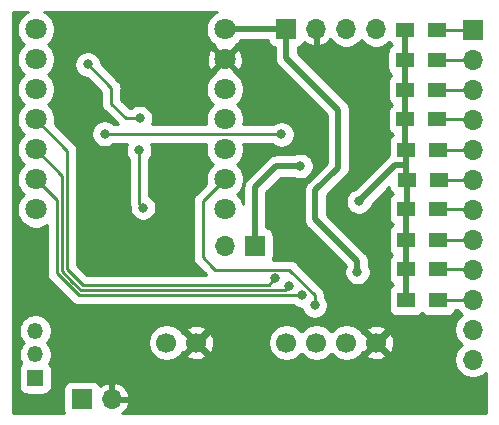
<source format=gbl>
G04 #@! TF.GenerationSoftware,KiCad,Pcbnew,(5.1.10-1-10_14)*
G04 #@! TF.CreationDate,2022-02-17T23:12:15-06:00*
G04 #@! TF.ProjectId,OpenEstim++,4f70656e-4573-4746-996d-2b2b2e6b6963,rev?*
G04 #@! TF.SameCoordinates,Original*
G04 #@! TF.FileFunction,Copper,L2,Bot*
G04 #@! TF.FilePolarity,Positive*
%FSLAX46Y46*%
G04 Gerber Fmt 4.6, Leading zero omitted, Abs format (unit mm)*
G04 Created by KiCad (PCBNEW (5.1.10-1-10_14)) date 2022-02-17 23:12:15*
%MOMM*%
%LPD*%
G01*
G04 APERTURE LIST*
G04 #@! TA.AperFunction,ComponentPad*
%ADD10C,1.800000*%
G04 #@! TD*
G04 #@! TA.AperFunction,ComponentPad*
%ADD11R,1.350000X1.350000*%
G04 #@! TD*
G04 #@! TA.AperFunction,ComponentPad*
%ADD12O,1.350000X1.350000*%
G04 #@! TD*
G04 #@! TA.AperFunction,SMDPad,CuDef*
%ADD13R,1.500000X1.300000*%
G04 #@! TD*
G04 #@! TA.AperFunction,ComponentPad*
%ADD14R,1.700000X1.700000*%
G04 #@! TD*
G04 #@! TA.AperFunction,ComponentPad*
%ADD15O,1.700000X1.700000*%
G04 #@! TD*
G04 #@! TA.AperFunction,ComponentPad*
%ADD16C,1.700000*%
G04 #@! TD*
G04 #@! TA.AperFunction,ViaPad*
%ADD17C,0.800000*%
G04 #@! TD*
G04 #@! TA.AperFunction,Conductor*
%ADD18C,0.250000*%
G04 #@! TD*
G04 #@! TA.AperFunction,Conductor*
%ADD19C,0.500000*%
G04 #@! TD*
G04 #@! TA.AperFunction,Conductor*
%ADD20C,0.254000*%
G04 #@! TD*
G04 #@! TA.AperFunction,Conductor*
%ADD21C,0.100000*%
G04 #@! TD*
G04 APERTURE END LIST*
D10*
X55650000Y-46470000D03*
X71650000Y-46470000D03*
X55650000Y-43930000D03*
X71650000Y-43930000D03*
X55650000Y-41390000D03*
X71650000Y-41390000D03*
X55650000Y-38850000D03*
X71650000Y-38850000D03*
X55650000Y-36310000D03*
X71650000Y-36310000D03*
X55650000Y-33770000D03*
X71650000Y-33770000D03*
X55650000Y-31230000D03*
X71650000Y-31230000D03*
D11*
X55600000Y-60750000D03*
D12*
X55600000Y-58750000D03*
X55600000Y-56750000D03*
D13*
X87000000Y-54150000D03*
X89700000Y-54150000D03*
X87000000Y-51550000D03*
X89700000Y-51550000D03*
X87000000Y-49050000D03*
X89700000Y-49050000D03*
X87000000Y-46450000D03*
X89700000Y-46450000D03*
X87050000Y-43950000D03*
X89750000Y-43950000D03*
X87000000Y-41450000D03*
X89700000Y-41450000D03*
X86950000Y-38850000D03*
X89650000Y-38850000D03*
X86950000Y-36350000D03*
X89650000Y-36350000D03*
X86900000Y-33850000D03*
X89600000Y-33850000D03*
X86900000Y-31250000D03*
X89600000Y-31250000D03*
D14*
X76850000Y-31200000D03*
D15*
X79390000Y-31200000D03*
X81930000Y-31200000D03*
X84470000Y-31200000D03*
D14*
X92650000Y-31250000D03*
D15*
X92650000Y-33790000D03*
X92650000Y-36330000D03*
X92650000Y-38870000D03*
X92650000Y-41410000D03*
X92650000Y-43950000D03*
X92650000Y-46490000D03*
X92650000Y-49030000D03*
X92650000Y-51570000D03*
X92650000Y-54110000D03*
X92650000Y-56650000D03*
X92650000Y-59190000D03*
X62100000Y-62550000D03*
D14*
X59560000Y-62550000D03*
X74200000Y-49550000D03*
D15*
X71660000Y-49550000D03*
D16*
X84490000Y-57750000D03*
X81950000Y-57750000D03*
X79410000Y-57750000D03*
X76870000Y-57750000D03*
X69250000Y-57750000D03*
X66710000Y-57750000D03*
D17*
X75925000Y-52300000D03*
X77075000Y-52950000D03*
X78225000Y-53750000D03*
X61475000Y-40075000D03*
X76450153Y-40125153D03*
X79250000Y-54600000D03*
X60050000Y-38900000D03*
X76550000Y-45800000D03*
X81400000Y-52300000D03*
X81850000Y-47000000D03*
X81850000Y-44350000D03*
X78900000Y-40800000D03*
X55100000Y-49200000D03*
X82875000Y-51775000D03*
X60050000Y-34200000D03*
X64450000Y-38750000D03*
X64375000Y-41475000D03*
X64725000Y-46325000D03*
X83000000Y-45800000D03*
X78050000Y-42800000D03*
D18*
X55650000Y-38850000D02*
X58325020Y-41525020D01*
X58325020Y-41525020D02*
X58325020Y-51527200D01*
X58325020Y-51527200D02*
X59647800Y-52849980D01*
X75375020Y-52849980D02*
X75925000Y-52300000D01*
X59647800Y-52849980D02*
X75375020Y-52849980D01*
X55650000Y-41390000D02*
X57875010Y-43615010D01*
X57875010Y-43615010D02*
X57875010Y-51713600D01*
X57875010Y-51713600D02*
X58755705Y-52594295D01*
X58755705Y-52594295D02*
X59461400Y-53299990D01*
X76725010Y-53299990D02*
X77075000Y-52950000D01*
X59461400Y-53299990D02*
X76725010Y-53299990D01*
X55650000Y-43930000D02*
X57425000Y-45705000D01*
X57425000Y-45705000D02*
X57425000Y-51900000D01*
X57425000Y-51900000D02*
X59275000Y-53750000D01*
X59275000Y-53750000D02*
X78225000Y-53750000D01*
X76450153Y-40125153D02*
X68825153Y-40125153D01*
X68825153Y-40125153D02*
X68825000Y-40125000D01*
X61525000Y-40125000D02*
X61475000Y-40075000D01*
X68825000Y-40125000D02*
X61525000Y-40125000D01*
X71600000Y-46520000D02*
X71650000Y-46470000D01*
X71650000Y-43930000D02*
X69775000Y-45805000D01*
X69775000Y-45805000D02*
X69775000Y-50525000D01*
X69775000Y-50525000D02*
X70600000Y-51350000D01*
X70600000Y-51350000D02*
X70825000Y-51575000D01*
X79250000Y-53701998D02*
X79250000Y-54600000D01*
X77123002Y-51575000D02*
X79250000Y-53701998D01*
X70825000Y-51575000D02*
X77123002Y-51575000D01*
D19*
X71680000Y-31200000D02*
X71650000Y-31230000D01*
X76850000Y-31200000D02*
X71680000Y-31200000D01*
X76850000Y-33650000D02*
X76850000Y-31200000D01*
X81250000Y-38050000D02*
X76850000Y-33650000D01*
X81250000Y-42950000D02*
X81250000Y-38050000D01*
X79325000Y-44875000D02*
X81250000Y-42950000D01*
X79325000Y-47325000D02*
X79325000Y-44875000D01*
X82875000Y-50875000D02*
X79325000Y-47325000D01*
X82875000Y-51775000D02*
X82875000Y-50875000D01*
D18*
X64450000Y-38750000D02*
X63250000Y-38750000D01*
X63250000Y-38750000D02*
X62050000Y-37550000D01*
X62050000Y-36200000D02*
X60050000Y-34200000D01*
X62050000Y-37550000D02*
X62050000Y-36200000D01*
X64375000Y-45975000D02*
X64725000Y-46325000D01*
X64375000Y-41475000D02*
X64375000Y-45975000D01*
X89600000Y-31250000D02*
X92650000Y-31250000D01*
D19*
X87000000Y-42700000D02*
X87000000Y-43900000D01*
X87000000Y-42700000D02*
X86100000Y-42700000D01*
X87000000Y-41450000D02*
X87000000Y-42700000D01*
X86100000Y-42700000D02*
X83000000Y-45800000D01*
X87000000Y-43900000D02*
X87050000Y-43950000D01*
X87000000Y-51550000D02*
X87000000Y-54150000D01*
X87000000Y-49050000D02*
X87000000Y-51550000D01*
X87000000Y-46450000D02*
X87000000Y-49050000D01*
X87050000Y-43950000D02*
X87050000Y-46400000D01*
D18*
X87050000Y-46400000D02*
X87000000Y-46450000D01*
D19*
X86950000Y-38850000D02*
X86950000Y-41400000D01*
D18*
X86950000Y-41400000D02*
X87000000Y-41450000D01*
D19*
X86950000Y-36350000D02*
X86950000Y-38850000D01*
X86900000Y-33850000D02*
X86900000Y-36300000D01*
D18*
X86900000Y-36300000D02*
X86950000Y-36350000D01*
D19*
X86900000Y-31250000D02*
X86900000Y-33850000D01*
X78050000Y-42800000D02*
X76000000Y-42800000D01*
X74200000Y-44600000D02*
X74200000Y-49550000D01*
X76000000Y-42800000D02*
X74200000Y-44600000D01*
D18*
X89700000Y-54150000D02*
X92610000Y-54150000D01*
X92610000Y-54150000D02*
X92650000Y-54110000D01*
X89700000Y-51550000D02*
X92630000Y-51550000D01*
X92630000Y-51550000D02*
X92650000Y-51570000D01*
X89700000Y-49050000D02*
X92630000Y-49050000D01*
X92630000Y-49050000D02*
X92650000Y-49030000D01*
X89700000Y-46450000D02*
X92610000Y-46450000D01*
X92610000Y-46450000D02*
X92650000Y-46490000D01*
X89750000Y-43950000D02*
X92650000Y-43950000D01*
X89700000Y-41450000D02*
X92610000Y-41450000D01*
X92610000Y-41450000D02*
X92650000Y-41410000D01*
X89650000Y-38850000D02*
X92630000Y-38850000D01*
X92630000Y-38850000D02*
X92650000Y-38870000D01*
X89650000Y-36350000D02*
X92630000Y-36350000D01*
X92630000Y-36350000D02*
X92650000Y-36330000D01*
X89600000Y-33850000D02*
X92590000Y-33850000D01*
X92590000Y-33850000D02*
X92650000Y-33790000D01*
D20*
X54879327Y-29788172D02*
X54612848Y-29966227D01*
X54386227Y-30192848D01*
X54208172Y-30459327D01*
X54085525Y-30755422D01*
X54023000Y-31069755D01*
X54023000Y-31390245D01*
X54085525Y-31704578D01*
X54208172Y-32000673D01*
X54386227Y-32267152D01*
X54612848Y-32493773D01*
X54622167Y-32500000D01*
X54612848Y-32506227D01*
X54386227Y-32732848D01*
X54208172Y-32999327D01*
X54085525Y-33295422D01*
X54023000Y-33609755D01*
X54023000Y-33930245D01*
X54085525Y-34244578D01*
X54208172Y-34540673D01*
X54386227Y-34807152D01*
X54612848Y-35033773D01*
X54622167Y-35040000D01*
X54612848Y-35046227D01*
X54386227Y-35272848D01*
X54208172Y-35539327D01*
X54085525Y-35835422D01*
X54023000Y-36149755D01*
X54023000Y-36470245D01*
X54085525Y-36784578D01*
X54208172Y-37080673D01*
X54386227Y-37347152D01*
X54612848Y-37573773D01*
X54622167Y-37580000D01*
X54612848Y-37586227D01*
X54386227Y-37812848D01*
X54208172Y-38079327D01*
X54085525Y-38375422D01*
X54023000Y-38689755D01*
X54023000Y-39010245D01*
X54085525Y-39324578D01*
X54208172Y-39620673D01*
X54386227Y-39887152D01*
X54612848Y-40113773D01*
X54622167Y-40120000D01*
X54612848Y-40126227D01*
X54386227Y-40352848D01*
X54208172Y-40619327D01*
X54085525Y-40915422D01*
X54023000Y-41229755D01*
X54023000Y-41550245D01*
X54085525Y-41864578D01*
X54208172Y-42160673D01*
X54386227Y-42427152D01*
X54612848Y-42653773D01*
X54622167Y-42660000D01*
X54612848Y-42666227D01*
X54386227Y-42892848D01*
X54208172Y-43159327D01*
X54085525Y-43455422D01*
X54023000Y-43769755D01*
X54023000Y-44090245D01*
X54085525Y-44404578D01*
X54208172Y-44700673D01*
X54386227Y-44967152D01*
X54612848Y-45193773D01*
X54622167Y-45200000D01*
X54612848Y-45206227D01*
X54386227Y-45432848D01*
X54208172Y-45699327D01*
X54085525Y-45995422D01*
X54023000Y-46309755D01*
X54023000Y-46630245D01*
X54085525Y-46944578D01*
X54208172Y-47240673D01*
X54386227Y-47507152D01*
X54612848Y-47733773D01*
X54879327Y-47911828D01*
X55175422Y-48034475D01*
X55489755Y-48097000D01*
X55810245Y-48097000D01*
X56124578Y-48034475D01*
X56420673Y-47911828D01*
X56573000Y-47810046D01*
X56573001Y-51858141D01*
X56568878Y-51900000D01*
X56577637Y-51988926D01*
X56585329Y-52067021D01*
X56596466Y-52103734D01*
X56634046Y-52227623D01*
X56713161Y-52375636D01*
X56772541Y-52447990D01*
X56819631Y-52505370D01*
X56852141Y-52532050D01*
X58642950Y-54322860D01*
X58669630Y-54355370D01*
X58702138Y-54382048D01*
X58799363Y-54461839D01*
X58918821Y-54525691D01*
X58947376Y-54540954D01*
X59107979Y-54589672D01*
X59233148Y-54602000D01*
X59233150Y-54602000D01*
X59274999Y-54606122D01*
X59316848Y-54602000D01*
X77483181Y-54602000D01*
X77506579Y-54625398D01*
X77691165Y-54748734D01*
X77896266Y-54833690D01*
X78114000Y-54877000D01*
X78156019Y-54877000D01*
X78166310Y-54928734D01*
X78251266Y-55133835D01*
X78374602Y-55318421D01*
X78531579Y-55475398D01*
X78716165Y-55598734D01*
X78921266Y-55683690D01*
X79139000Y-55727000D01*
X79361000Y-55727000D01*
X79578734Y-55683690D01*
X79783835Y-55598734D01*
X79968421Y-55475398D01*
X80125398Y-55318421D01*
X80248734Y-55133835D01*
X80333690Y-54928734D01*
X80377000Y-54711000D01*
X80377000Y-54489000D01*
X80333690Y-54271266D01*
X80248734Y-54066165D01*
X80125398Y-53881579D01*
X80102000Y-53858181D01*
X80102000Y-53743846D01*
X80106122Y-53701997D01*
X80100108Y-53640934D01*
X80089672Y-53534977D01*
X80040954Y-53374374D01*
X79989833Y-53278734D01*
X79961839Y-53226361D01*
X79882048Y-53129136D01*
X79855370Y-53096628D01*
X79822861Y-53069949D01*
X77755057Y-51002146D01*
X77728372Y-50969630D01*
X77598638Y-50863161D01*
X77450626Y-50784046D01*
X77290023Y-50735328D01*
X77164854Y-50723000D01*
X77164851Y-50723000D01*
X77123002Y-50718878D01*
X77081153Y-50723000D01*
X75701689Y-50723000D01*
X75724910Y-50679557D01*
X75766480Y-50542517D01*
X75780517Y-50400000D01*
X75780517Y-48700000D01*
X75766480Y-48557483D01*
X75724910Y-48420443D01*
X75657403Y-48294147D01*
X75566554Y-48183446D01*
X75455853Y-48092597D01*
X75329557Y-48025090D01*
X75192517Y-47983520D01*
X75177000Y-47981992D01*
X75177000Y-45004686D01*
X76404687Y-43777000D01*
X77483638Y-43777000D01*
X77516165Y-43798734D01*
X77721266Y-43883690D01*
X77939000Y-43927000D01*
X78161000Y-43927000D01*
X78378734Y-43883690D01*
X78583835Y-43798734D01*
X78768421Y-43675398D01*
X78925398Y-43518421D01*
X79048734Y-43333835D01*
X79133690Y-43128734D01*
X79177000Y-42911000D01*
X79177000Y-42689000D01*
X79133690Y-42471266D01*
X79048734Y-42266165D01*
X78925398Y-42081579D01*
X78768421Y-41924602D01*
X78583835Y-41801266D01*
X78378734Y-41716310D01*
X78161000Y-41673000D01*
X77939000Y-41673000D01*
X77721266Y-41716310D01*
X77516165Y-41801266D01*
X77483638Y-41823000D01*
X76047982Y-41823000D01*
X75999999Y-41818274D01*
X75952016Y-41823000D01*
X75952007Y-41823000D01*
X75808475Y-41837137D01*
X75624309Y-41893003D01*
X75454582Y-41983724D01*
X75305814Y-42105814D01*
X75275220Y-42143093D01*
X73543098Y-43875216D01*
X73505814Y-43905814D01*
X73383724Y-44054582D01*
X73316252Y-44180814D01*
X73293003Y-44224310D01*
X73237137Y-44408475D01*
X73218273Y-44600000D01*
X73223000Y-44647993D01*
X73223000Y-46038281D01*
X73214475Y-45995422D01*
X73091828Y-45699327D01*
X72913773Y-45432848D01*
X72687152Y-45206227D01*
X72677833Y-45200000D01*
X72687152Y-45193773D01*
X72913773Y-44967152D01*
X73091828Y-44700673D01*
X73214475Y-44404578D01*
X73277000Y-44090245D01*
X73277000Y-43769755D01*
X73214475Y-43455422D01*
X73091828Y-43159327D01*
X72913773Y-42892848D01*
X72687152Y-42666227D01*
X72677833Y-42660000D01*
X72687152Y-42653773D01*
X72913773Y-42427152D01*
X73091828Y-42160673D01*
X73214475Y-41864578D01*
X73277000Y-41550245D01*
X73277000Y-41229755D01*
X73226754Y-40977153D01*
X75708334Y-40977153D01*
X75731732Y-41000551D01*
X75916318Y-41123887D01*
X76121419Y-41208843D01*
X76339153Y-41252153D01*
X76561153Y-41252153D01*
X76778887Y-41208843D01*
X76983988Y-41123887D01*
X77168574Y-41000551D01*
X77325551Y-40843574D01*
X77448887Y-40658988D01*
X77533843Y-40453887D01*
X77577153Y-40236153D01*
X77577153Y-40014153D01*
X77533843Y-39796419D01*
X77448887Y-39591318D01*
X77325551Y-39406732D01*
X77168574Y-39249755D01*
X76983988Y-39126419D01*
X76778887Y-39041463D01*
X76561153Y-38998153D01*
X76339153Y-38998153D01*
X76121419Y-39041463D01*
X75916318Y-39126419D01*
X75731732Y-39249755D01*
X75708334Y-39273153D01*
X73224704Y-39273153D01*
X73277000Y-39010245D01*
X73277000Y-38689755D01*
X73214475Y-38375422D01*
X73091828Y-38079327D01*
X72913773Y-37812848D01*
X72687152Y-37586227D01*
X72677833Y-37580000D01*
X72687152Y-37573773D01*
X72913773Y-37347152D01*
X73091828Y-37080673D01*
X73214475Y-36784578D01*
X73277000Y-36470245D01*
X73277000Y-36149755D01*
X73214475Y-35835422D01*
X73091828Y-35539327D01*
X72913773Y-35272848D01*
X72687152Y-35046227D01*
X72504755Y-34924353D01*
X72534475Y-34834080D01*
X71650000Y-33949605D01*
X70765525Y-34834080D01*
X70795245Y-34924353D01*
X70612848Y-35046227D01*
X70386227Y-35272848D01*
X70208172Y-35539327D01*
X70085525Y-35835422D01*
X70023000Y-36149755D01*
X70023000Y-36470245D01*
X70085525Y-36784578D01*
X70208172Y-37080673D01*
X70386227Y-37347152D01*
X70612848Y-37573773D01*
X70622167Y-37580000D01*
X70612848Y-37586227D01*
X70386227Y-37812848D01*
X70208172Y-38079327D01*
X70085525Y-38375422D01*
X70023000Y-38689755D01*
X70023000Y-39010245D01*
X70075296Y-39273153D01*
X68868405Y-39273153D01*
X68866852Y-39273000D01*
X68866849Y-39273000D01*
X68825000Y-39268878D01*
X68783151Y-39273000D01*
X65453222Y-39273000D01*
X65533690Y-39078734D01*
X65577000Y-38861000D01*
X65577000Y-38639000D01*
X65533690Y-38421266D01*
X65448734Y-38216165D01*
X65325398Y-38031579D01*
X65168421Y-37874602D01*
X64983835Y-37751266D01*
X64778734Y-37666310D01*
X64561000Y-37623000D01*
X64339000Y-37623000D01*
X64121266Y-37666310D01*
X63916165Y-37751266D01*
X63731579Y-37874602D01*
X63708181Y-37898000D01*
X63602910Y-37898000D01*
X62902000Y-37197091D01*
X62902000Y-36241848D01*
X62906122Y-36199999D01*
X62899521Y-36132980D01*
X62889672Y-36032979D01*
X62840954Y-35872376D01*
X62831327Y-35854365D01*
X62761839Y-35724363D01*
X62705582Y-35655814D01*
X62655370Y-35594630D01*
X62622860Y-35567950D01*
X61177000Y-34122091D01*
X61177000Y-34089000D01*
X61133690Y-33871266D01*
X61119312Y-33836553D01*
X70109009Y-33836553D01*
X70151603Y-34135907D01*
X70251778Y-34421199D01*
X70331739Y-34570792D01*
X70585920Y-34654475D01*
X71470395Y-33770000D01*
X71829605Y-33770000D01*
X72714080Y-34654475D01*
X72968261Y-34570792D01*
X73099158Y-34298225D01*
X73174365Y-34005358D01*
X73190991Y-33703447D01*
X73148397Y-33404093D01*
X73048222Y-33118801D01*
X72968261Y-32969208D01*
X72714080Y-32885525D01*
X71829605Y-33770000D01*
X71470395Y-33770000D01*
X70585920Y-32885525D01*
X70331739Y-32969208D01*
X70200842Y-33241775D01*
X70125635Y-33534642D01*
X70109009Y-33836553D01*
X61119312Y-33836553D01*
X61048734Y-33666165D01*
X60925398Y-33481579D01*
X60768421Y-33324602D01*
X60583835Y-33201266D01*
X60378734Y-33116310D01*
X60161000Y-33073000D01*
X59939000Y-33073000D01*
X59721266Y-33116310D01*
X59516165Y-33201266D01*
X59331579Y-33324602D01*
X59174602Y-33481579D01*
X59051266Y-33666165D01*
X58966310Y-33871266D01*
X58923000Y-34089000D01*
X58923000Y-34311000D01*
X58966310Y-34528734D01*
X59051266Y-34733835D01*
X59174602Y-34918421D01*
X59331579Y-35075398D01*
X59516165Y-35198734D01*
X59721266Y-35283690D01*
X59939000Y-35327000D01*
X59972091Y-35327000D01*
X61198001Y-36552911D01*
X61198000Y-37508150D01*
X61193878Y-37550000D01*
X61198000Y-37591849D01*
X61198000Y-37591851D01*
X61210328Y-37717020D01*
X61253237Y-37858474D01*
X61259046Y-37877623D01*
X61338161Y-38025636D01*
X61365580Y-38059046D01*
X61444630Y-38155370D01*
X61477145Y-38182055D01*
X62568090Y-39273000D01*
X62266819Y-39273000D01*
X62193421Y-39199602D01*
X62008835Y-39076266D01*
X61803734Y-38991310D01*
X61586000Y-38948000D01*
X61364000Y-38948000D01*
X61146266Y-38991310D01*
X60941165Y-39076266D01*
X60756579Y-39199602D01*
X60599602Y-39356579D01*
X60476266Y-39541165D01*
X60391310Y-39746266D01*
X60348000Y-39964000D01*
X60348000Y-40186000D01*
X60391310Y-40403734D01*
X60476266Y-40608835D01*
X60599602Y-40793421D01*
X60756579Y-40950398D01*
X60941165Y-41073734D01*
X61146266Y-41158690D01*
X61364000Y-41202000D01*
X61586000Y-41202000D01*
X61803734Y-41158690D01*
X62008835Y-41073734D01*
X62153608Y-40977000D01*
X63361423Y-40977000D01*
X63291310Y-41146266D01*
X63248000Y-41364000D01*
X63248000Y-41586000D01*
X63291310Y-41803734D01*
X63376266Y-42008835D01*
X63499602Y-42193421D01*
X63523000Y-42216819D01*
X63523001Y-45933141D01*
X63518878Y-45975000D01*
X63535329Y-46142020D01*
X63584046Y-46302623D01*
X63598000Y-46328729D01*
X63598000Y-46436000D01*
X63641310Y-46653734D01*
X63726266Y-46858835D01*
X63849602Y-47043421D01*
X64006579Y-47200398D01*
X64191165Y-47323734D01*
X64396266Y-47408690D01*
X64614000Y-47452000D01*
X64836000Y-47452000D01*
X65053734Y-47408690D01*
X65258835Y-47323734D01*
X65443421Y-47200398D01*
X65600398Y-47043421D01*
X65723734Y-46858835D01*
X65808690Y-46653734D01*
X65852000Y-46436000D01*
X65852000Y-46214000D01*
X65808690Y-45996266D01*
X65723734Y-45791165D01*
X65600398Y-45606579D01*
X65443421Y-45449602D01*
X65258835Y-45326266D01*
X65227000Y-45313079D01*
X65227000Y-42216819D01*
X65250398Y-42193421D01*
X65373734Y-42008835D01*
X65458690Y-41803734D01*
X65502000Y-41586000D01*
X65502000Y-41364000D01*
X65458690Y-41146266D01*
X65388577Y-40977000D01*
X68781748Y-40977000D01*
X68783301Y-40977153D01*
X68783303Y-40977153D01*
X68825152Y-40981275D01*
X68867001Y-40977153D01*
X70073246Y-40977153D01*
X70023000Y-41229755D01*
X70023000Y-41550245D01*
X70085525Y-41864578D01*
X70208172Y-42160673D01*
X70386227Y-42427152D01*
X70612848Y-42653773D01*
X70622167Y-42660000D01*
X70612848Y-42666227D01*
X70386227Y-42892848D01*
X70208172Y-43159327D01*
X70085525Y-43455422D01*
X70023000Y-43769755D01*
X70023000Y-44090245D01*
X70066443Y-44308647D01*
X69202146Y-45172945D01*
X69169630Y-45199630D01*
X69100845Y-45283446D01*
X69063161Y-45329364D01*
X68988912Y-45468273D01*
X68984046Y-45477377D01*
X68935328Y-45637980D01*
X68923000Y-45763148D01*
X68918878Y-45805000D01*
X68923000Y-45846849D01*
X68923001Y-50483141D01*
X68918878Y-50525000D01*
X68926955Y-50607000D01*
X68935329Y-50692021D01*
X68940883Y-50710329D01*
X68984046Y-50852623D01*
X69063161Y-51000636D01*
X69129066Y-51080941D01*
X69169631Y-51130370D01*
X69202141Y-51157050D01*
X70027138Y-51982048D01*
X70027144Y-51982053D01*
X70043071Y-51997980D01*
X60000710Y-51997980D01*
X59177020Y-51174291D01*
X59177020Y-41566869D01*
X59181142Y-41525020D01*
X59173753Y-41450000D01*
X59164692Y-41357999D01*
X59115974Y-41197396D01*
X59036859Y-41049384D01*
X58930390Y-40919650D01*
X58897881Y-40892971D01*
X57233557Y-39228647D01*
X57277000Y-39010245D01*
X57277000Y-38689755D01*
X57214475Y-38375422D01*
X57091828Y-38079327D01*
X56913773Y-37812848D01*
X56687152Y-37586227D01*
X56677833Y-37580000D01*
X56687152Y-37573773D01*
X56913773Y-37347152D01*
X57091828Y-37080673D01*
X57214475Y-36784578D01*
X57277000Y-36470245D01*
X57277000Y-36149755D01*
X57214475Y-35835422D01*
X57091828Y-35539327D01*
X56913773Y-35272848D01*
X56687152Y-35046227D01*
X56677833Y-35040000D01*
X56687152Y-35033773D01*
X56913773Y-34807152D01*
X57091828Y-34540673D01*
X57214475Y-34244578D01*
X57277000Y-33930245D01*
X57277000Y-33609755D01*
X57214475Y-33295422D01*
X57091828Y-32999327D01*
X56913773Y-32732848D01*
X56687152Y-32506227D01*
X56677833Y-32500000D01*
X56687152Y-32493773D01*
X56913773Y-32267152D01*
X57091828Y-32000673D01*
X57214475Y-31704578D01*
X57277000Y-31390245D01*
X57277000Y-31069755D01*
X57214475Y-30755422D01*
X57091828Y-30459327D01*
X56913773Y-30192848D01*
X56687152Y-29966227D01*
X56420673Y-29788172D01*
X56333346Y-29752000D01*
X70966654Y-29752000D01*
X70879327Y-29788172D01*
X70612848Y-29966227D01*
X70386227Y-30192848D01*
X70208172Y-30459327D01*
X70085525Y-30755422D01*
X70023000Y-31069755D01*
X70023000Y-31390245D01*
X70085525Y-31704578D01*
X70208172Y-32000673D01*
X70386227Y-32267152D01*
X70612848Y-32493773D01*
X70795245Y-32615647D01*
X70765525Y-32705920D01*
X71650000Y-33590395D01*
X72534475Y-32705920D01*
X72504755Y-32615647D01*
X72687152Y-32493773D01*
X72913773Y-32267152D01*
X72974010Y-32177000D01*
X75281992Y-32177000D01*
X75283520Y-32192517D01*
X75325090Y-32329557D01*
X75392597Y-32455853D01*
X75483446Y-32566554D01*
X75594147Y-32657403D01*
X75720443Y-32724910D01*
X75857483Y-32766480D01*
X75873000Y-32768008D01*
X75873000Y-33602007D01*
X75868273Y-33650000D01*
X75887137Y-33841525D01*
X75914050Y-33930245D01*
X75943003Y-34025690D01*
X76033724Y-34195418D01*
X76155814Y-34344186D01*
X76193098Y-34374784D01*
X80273001Y-38454687D01*
X80273000Y-42545313D01*
X78668093Y-44150221D01*
X78630815Y-44180814D01*
X78600222Y-44218092D01*
X78600221Y-44218093D01*
X78508725Y-44329582D01*
X78418003Y-44499310D01*
X78362137Y-44683475D01*
X78343273Y-44875000D01*
X78348001Y-44923003D01*
X78348000Y-47277007D01*
X78343273Y-47325000D01*
X78360045Y-47495279D01*
X78362137Y-47516524D01*
X78418003Y-47700690D01*
X78508724Y-47870418D01*
X78630814Y-48019186D01*
X78668098Y-48049784D01*
X81871349Y-51253036D01*
X81791310Y-51446266D01*
X81748000Y-51664000D01*
X81748000Y-51886000D01*
X81791310Y-52103734D01*
X81876266Y-52308835D01*
X81999602Y-52493421D01*
X82156579Y-52650398D01*
X82341165Y-52773734D01*
X82546266Y-52858690D01*
X82764000Y-52902000D01*
X82986000Y-52902000D01*
X83203734Y-52858690D01*
X83408835Y-52773734D01*
X83593421Y-52650398D01*
X83750398Y-52493421D01*
X83873734Y-52308835D01*
X83958690Y-52103734D01*
X84002000Y-51886000D01*
X84002000Y-51664000D01*
X83958690Y-51446266D01*
X83873734Y-51241165D01*
X83852000Y-51208638D01*
X83852000Y-50922990D01*
X83856727Y-50874999D01*
X83849916Y-50805853D01*
X83837863Y-50683475D01*
X83781997Y-50499309D01*
X83691276Y-50329582D01*
X83569186Y-50180814D01*
X83531907Y-50150220D01*
X80302000Y-46920314D01*
X80302000Y-45279686D01*
X81906907Y-43674780D01*
X81944186Y-43644186D01*
X82066276Y-43495418D01*
X82156997Y-43325691D01*
X82212863Y-43141525D01*
X82227000Y-42997993D01*
X82227000Y-42997991D01*
X82231727Y-42950001D01*
X82227000Y-42902010D01*
X82227000Y-38097993D01*
X82231727Y-38050000D01*
X82212863Y-37858474D01*
X82173138Y-37727519D01*
X82156997Y-37674309D01*
X82066276Y-37504582D01*
X81944186Y-37355814D01*
X81906902Y-37325216D01*
X77827000Y-33245314D01*
X77827000Y-32768008D01*
X77842517Y-32766480D01*
X77979557Y-32724910D01*
X78105853Y-32657403D01*
X78216554Y-32566554D01*
X78307403Y-32455853D01*
X78374910Y-32329557D01*
X78385898Y-32293335D01*
X78389731Y-32297588D01*
X78623080Y-32471641D01*
X78885901Y-32596825D01*
X79033110Y-32641476D01*
X79263000Y-32520155D01*
X79263000Y-31327000D01*
X79243000Y-31327000D01*
X79243000Y-31073000D01*
X79263000Y-31073000D01*
X79263000Y-31053000D01*
X79517000Y-31053000D01*
X79517000Y-31073000D01*
X79537000Y-31073000D01*
X79537000Y-31327000D01*
X79517000Y-31327000D01*
X79517000Y-32520155D01*
X79746890Y-32641476D01*
X79894099Y-32596825D01*
X80156920Y-32471641D01*
X80390269Y-32297588D01*
X80585178Y-32081355D01*
X80602656Y-32052014D01*
X80705064Y-32205279D01*
X80924721Y-32424936D01*
X81183011Y-32597519D01*
X81470006Y-32716396D01*
X81774679Y-32777000D01*
X82085321Y-32777000D01*
X82389994Y-32716396D01*
X82676989Y-32597519D01*
X82935279Y-32424936D01*
X83154936Y-32205279D01*
X83200000Y-32137836D01*
X83245064Y-32205279D01*
X83464721Y-32424936D01*
X83723011Y-32597519D01*
X84010006Y-32716396D01*
X84314679Y-32777000D01*
X84625321Y-32777000D01*
X84929994Y-32716396D01*
X85216989Y-32597519D01*
X85475279Y-32424936D01*
X85565930Y-32334285D01*
X85633446Y-32416554D01*
X85744147Y-32507403D01*
X85823840Y-32550000D01*
X85744147Y-32592597D01*
X85633446Y-32683446D01*
X85542597Y-32794147D01*
X85475090Y-32920443D01*
X85433520Y-33057483D01*
X85419483Y-33200000D01*
X85419483Y-34500000D01*
X85433520Y-34642517D01*
X85475090Y-34779557D01*
X85542597Y-34905853D01*
X85633446Y-35016554D01*
X85744147Y-35107403D01*
X85763500Y-35117748D01*
X85683446Y-35183446D01*
X85592597Y-35294147D01*
X85525090Y-35420443D01*
X85483520Y-35557483D01*
X85469483Y-35700000D01*
X85469483Y-37000000D01*
X85483520Y-37142517D01*
X85525090Y-37279557D01*
X85592597Y-37405853D01*
X85683446Y-37516554D01*
X85785126Y-37600000D01*
X85683446Y-37683446D01*
X85592597Y-37794147D01*
X85525090Y-37920443D01*
X85483520Y-38057483D01*
X85469483Y-38200000D01*
X85469483Y-39500000D01*
X85483520Y-39642517D01*
X85525090Y-39779557D01*
X85592597Y-39905853D01*
X85683446Y-40016554D01*
X85794147Y-40107403D01*
X85898840Y-40163363D01*
X85844147Y-40192597D01*
X85733446Y-40283446D01*
X85642597Y-40394147D01*
X85575090Y-40520443D01*
X85533520Y-40657483D01*
X85519483Y-40800000D01*
X85519483Y-41912529D01*
X85405814Y-42005814D01*
X85375220Y-42043093D01*
X82709636Y-44708678D01*
X82671266Y-44716310D01*
X82466165Y-44801266D01*
X82281579Y-44924602D01*
X82124602Y-45081579D01*
X82001266Y-45266165D01*
X81916310Y-45471266D01*
X81873000Y-45689000D01*
X81873000Y-45911000D01*
X81916310Y-46128734D01*
X82001266Y-46333835D01*
X82124602Y-46518421D01*
X82281579Y-46675398D01*
X82466165Y-46798734D01*
X82671266Y-46883690D01*
X82889000Y-46927000D01*
X83111000Y-46927000D01*
X83328734Y-46883690D01*
X83533835Y-46798734D01*
X83718421Y-46675398D01*
X83875398Y-46518421D01*
X83998734Y-46333835D01*
X84083690Y-46128734D01*
X84091322Y-46090364D01*
X85570577Y-44611109D01*
X85583520Y-44742517D01*
X85625090Y-44879557D01*
X85692597Y-45005853D01*
X85783446Y-45116554D01*
X85863500Y-45182252D01*
X85844147Y-45192597D01*
X85733446Y-45283446D01*
X85642597Y-45394147D01*
X85575090Y-45520443D01*
X85533520Y-45657483D01*
X85519483Y-45800000D01*
X85519483Y-47100000D01*
X85533520Y-47242517D01*
X85575090Y-47379557D01*
X85642597Y-47505853D01*
X85733446Y-47616554D01*
X85844147Y-47707403D01*
X85923840Y-47750000D01*
X85844147Y-47792597D01*
X85733446Y-47883446D01*
X85642597Y-47994147D01*
X85575090Y-48120443D01*
X85533520Y-48257483D01*
X85519483Y-48400000D01*
X85519483Y-49700000D01*
X85533520Y-49842517D01*
X85575090Y-49979557D01*
X85642597Y-50105853D01*
X85733446Y-50216554D01*
X85835126Y-50300000D01*
X85733446Y-50383446D01*
X85642597Y-50494147D01*
X85575090Y-50620443D01*
X85533520Y-50757483D01*
X85519483Y-50900000D01*
X85519483Y-52200000D01*
X85533520Y-52342517D01*
X85575090Y-52479557D01*
X85642597Y-52605853D01*
X85733446Y-52716554D01*
X85844147Y-52807403D01*
X85923840Y-52850000D01*
X85844147Y-52892597D01*
X85733446Y-52983446D01*
X85642597Y-53094147D01*
X85575090Y-53220443D01*
X85533520Y-53357483D01*
X85519483Y-53500000D01*
X85519483Y-54800000D01*
X85533520Y-54942517D01*
X85575090Y-55079557D01*
X85642597Y-55205853D01*
X85733446Y-55316554D01*
X85844147Y-55407403D01*
X85970443Y-55474910D01*
X86107483Y-55516480D01*
X86250000Y-55530517D01*
X87750000Y-55530517D01*
X87892517Y-55516480D01*
X88029557Y-55474910D01*
X88155853Y-55407403D01*
X88266554Y-55316554D01*
X88350000Y-55214874D01*
X88433446Y-55316554D01*
X88544147Y-55407403D01*
X88670443Y-55474910D01*
X88807483Y-55516480D01*
X88950000Y-55530517D01*
X90450000Y-55530517D01*
X90592517Y-55516480D01*
X90729557Y-55474910D01*
X90855853Y-55407403D01*
X90966554Y-55316554D01*
X91057403Y-55205853D01*
X91124910Y-55079557D01*
X91148436Y-55002000D01*
X91349374Y-55002000D01*
X91425064Y-55115279D01*
X91644721Y-55334936D01*
X91712164Y-55380000D01*
X91644721Y-55425064D01*
X91425064Y-55644721D01*
X91252481Y-55903011D01*
X91133604Y-56190006D01*
X91073000Y-56494679D01*
X91073000Y-56805321D01*
X91133604Y-57109994D01*
X91252481Y-57396989D01*
X91425064Y-57655279D01*
X91644721Y-57874936D01*
X91712164Y-57920000D01*
X91644721Y-57965064D01*
X91425064Y-58184721D01*
X91252481Y-58443011D01*
X91133604Y-58730006D01*
X91073000Y-59034679D01*
X91073000Y-59345321D01*
X91133604Y-59649994D01*
X91252481Y-59936989D01*
X91425064Y-60195279D01*
X91644721Y-60414936D01*
X91903011Y-60587519D01*
X92190006Y-60706396D01*
X92494679Y-60767000D01*
X92805321Y-60767000D01*
X93109994Y-60706396D01*
X93396989Y-60587519D01*
X93655279Y-60414936D01*
X93748000Y-60322215D01*
X93748000Y-63748000D01*
X62965649Y-63748000D01*
X63100269Y-63647588D01*
X63295178Y-63431355D01*
X63444157Y-63181252D01*
X63541481Y-62906891D01*
X63420814Y-62677000D01*
X62227000Y-62677000D01*
X62227000Y-62697000D01*
X61973000Y-62697000D01*
X61973000Y-62677000D01*
X61953000Y-62677000D01*
X61953000Y-62423000D01*
X61973000Y-62423000D01*
X61973000Y-61229845D01*
X62227000Y-61229845D01*
X62227000Y-62423000D01*
X63420814Y-62423000D01*
X63541481Y-62193109D01*
X63444157Y-61918748D01*
X63295178Y-61668645D01*
X63100269Y-61452412D01*
X62866920Y-61278359D01*
X62604099Y-61153175D01*
X62456890Y-61108524D01*
X62227000Y-61229845D01*
X61973000Y-61229845D01*
X61743110Y-61108524D01*
X61595901Y-61153175D01*
X61333080Y-61278359D01*
X61099731Y-61452412D01*
X61095898Y-61456665D01*
X61084910Y-61420443D01*
X61017403Y-61294147D01*
X60926554Y-61183446D01*
X60815853Y-61092597D01*
X60689557Y-61025090D01*
X60552517Y-60983520D01*
X60410000Y-60969483D01*
X58710000Y-60969483D01*
X58567483Y-60983520D01*
X58430443Y-61025090D01*
X58304147Y-61092597D01*
X58193446Y-61183446D01*
X58102597Y-61294147D01*
X58035090Y-61420443D01*
X57993520Y-61557483D01*
X57979483Y-61700000D01*
X57979483Y-63400000D01*
X57993520Y-63542517D01*
X58035090Y-63679557D01*
X58071674Y-63748000D01*
X53752000Y-63748000D01*
X53752000Y-60075000D01*
X54194483Y-60075000D01*
X54194483Y-61425000D01*
X54208520Y-61567517D01*
X54250090Y-61704557D01*
X54317597Y-61830853D01*
X54408446Y-61941554D01*
X54519147Y-62032403D01*
X54645443Y-62099910D01*
X54782483Y-62141480D01*
X54925000Y-62155517D01*
X56275000Y-62155517D01*
X56417517Y-62141480D01*
X56554557Y-62099910D01*
X56680853Y-62032403D01*
X56791554Y-61941554D01*
X56882403Y-61830853D01*
X56949910Y-61704557D01*
X56991480Y-61567517D01*
X57005517Y-61425000D01*
X57005517Y-60075000D01*
X56991480Y-59932483D01*
X56949910Y-59795443D01*
X56882403Y-59669147D01*
X56791554Y-59558446D01*
X56762124Y-59534293D01*
X56842437Y-59414096D01*
X56948122Y-59158948D01*
X57002000Y-58888085D01*
X57002000Y-58611915D01*
X56948122Y-58341052D01*
X56842437Y-58085904D01*
X56689005Y-57856277D01*
X56582728Y-57750000D01*
X56689005Y-57643723D01*
X56721775Y-57594679D01*
X65133000Y-57594679D01*
X65133000Y-57905321D01*
X65193604Y-58209994D01*
X65312481Y-58496989D01*
X65485064Y-58755279D01*
X65704721Y-58974936D01*
X65963011Y-59147519D01*
X66250006Y-59266396D01*
X66554679Y-59327000D01*
X66865321Y-59327000D01*
X67169994Y-59266396D01*
X67456989Y-59147519D01*
X67715279Y-58974936D01*
X67911818Y-58778397D01*
X68401208Y-58778397D01*
X68478843Y-59027472D01*
X68742883Y-59153371D01*
X69026411Y-59225339D01*
X69318531Y-59240611D01*
X69608019Y-59198599D01*
X69883747Y-59100919D01*
X70021157Y-59027472D01*
X70098792Y-58778397D01*
X69250000Y-57929605D01*
X68401208Y-58778397D01*
X67911818Y-58778397D01*
X67934936Y-58755279D01*
X68070886Y-58551815D01*
X68221603Y-58598792D01*
X69070395Y-57750000D01*
X69429605Y-57750000D01*
X70278397Y-58598792D01*
X70527472Y-58521157D01*
X70653371Y-58257117D01*
X70725339Y-57973589D01*
X70740611Y-57681469D01*
X70728016Y-57594679D01*
X75293000Y-57594679D01*
X75293000Y-57905321D01*
X75353604Y-58209994D01*
X75472481Y-58496989D01*
X75645064Y-58755279D01*
X75864721Y-58974936D01*
X76123011Y-59147519D01*
X76410006Y-59266396D01*
X76714679Y-59327000D01*
X77025321Y-59327000D01*
X77329994Y-59266396D01*
X77616989Y-59147519D01*
X77875279Y-58974936D01*
X78094936Y-58755279D01*
X78140000Y-58687836D01*
X78185064Y-58755279D01*
X78404721Y-58974936D01*
X78663011Y-59147519D01*
X78950006Y-59266396D01*
X79254679Y-59327000D01*
X79565321Y-59327000D01*
X79869994Y-59266396D01*
X80156989Y-59147519D01*
X80415279Y-58974936D01*
X80634936Y-58755279D01*
X80680000Y-58687836D01*
X80725064Y-58755279D01*
X80944721Y-58974936D01*
X81203011Y-59147519D01*
X81490006Y-59266396D01*
X81794679Y-59327000D01*
X82105321Y-59327000D01*
X82409994Y-59266396D01*
X82696989Y-59147519D01*
X82955279Y-58974936D01*
X83151818Y-58778397D01*
X83641208Y-58778397D01*
X83718843Y-59027472D01*
X83982883Y-59153371D01*
X84266411Y-59225339D01*
X84558531Y-59240611D01*
X84848019Y-59198599D01*
X85123747Y-59100919D01*
X85261157Y-59027472D01*
X85338792Y-58778397D01*
X84490000Y-57929605D01*
X83641208Y-58778397D01*
X83151818Y-58778397D01*
X83174936Y-58755279D01*
X83310886Y-58551815D01*
X83461603Y-58598792D01*
X84310395Y-57750000D01*
X84669605Y-57750000D01*
X85518397Y-58598792D01*
X85767472Y-58521157D01*
X85893371Y-58257117D01*
X85965339Y-57973589D01*
X85980611Y-57681469D01*
X85938599Y-57391981D01*
X85840919Y-57116253D01*
X85767472Y-56978843D01*
X85518397Y-56901208D01*
X84669605Y-57750000D01*
X84310395Y-57750000D01*
X83461603Y-56901208D01*
X83310886Y-56948185D01*
X83174936Y-56744721D01*
X83151818Y-56721603D01*
X83641208Y-56721603D01*
X84490000Y-57570395D01*
X85338792Y-56721603D01*
X85261157Y-56472528D01*
X84997117Y-56346629D01*
X84713589Y-56274661D01*
X84421469Y-56259389D01*
X84131981Y-56301401D01*
X83856253Y-56399081D01*
X83718843Y-56472528D01*
X83641208Y-56721603D01*
X83151818Y-56721603D01*
X82955279Y-56525064D01*
X82696989Y-56352481D01*
X82409994Y-56233604D01*
X82105321Y-56173000D01*
X81794679Y-56173000D01*
X81490006Y-56233604D01*
X81203011Y-56352481D01*
X80944721Y-56525064D01*
X80725064Y-56744721D01*
X80680000Y-56812164D01*
X80634936Y-56744721D01*
X80415279Y-56525064D01*
X80156989Y-56352481D01*
X79869994Y-56233604D01*
X79565321Y-56173000D01*
X79254679Y-56173000D01*
X78950006Y-56233604D01*
X78663011Y-56352481D01*
X78404721Y-56525064D01*
X78185064Y-56744721D01*
X78140000Y-56812164D01*
X78094936Y-56744721D01*
X77875279Y-56525064D01*
X77616989Y-56352481D01*
X77329994Y-56233604D01*
X77025321Y-56173000D01*
X76714679Y-56173000D01*
X76410006Y-56233604D01*
X76123011Y-56352481D01*
X75864721Y-56525064D01*
X75645064Y-56744721D01*
X75472481Y-57003011D01*
X75353604Y-57290006D01*
X75293000Y-57594679D01*
X70728016Y-57594679D01*
X70698599Y-57391981D01*
X70600919Y-57116253D01*
X70527472Y-56978843D01*
X70278397Y-56901208D01*
X69429605Y-57750000D01*
X69070395Y-57750000D01*
X68221603Y-56901208D01*
X68070886Y-56948185D01*
X67934936Y-56744721D01*
X67911818Y-56721603D01*
X68401208Y-56721603D01*
X69250000Y-57570395D01*
X70098792Y-56721603D01*
X70021157Y-56472528D01*
X69757117Y-56346629D01*
X69473589Y-56274661D01*
X69181469Y-56259389D01*
X68891981Y-56301401D01*
X68616253Y-56399081D01*
X68478843Y-56472528D01*
X68401208Y-56721603D01*
X67911818Y-56721603D01*
X67715279Y-56525064D01*
X67456989Y-56352481D01*
X67169994Y-56233604D01*
X66865321Y-56173000D01*
X66554679Y-56173000D01*
X66250006Y-56233604D01*
X65963011Y-56352481D01*
X65704721Y-56525064D01*
X65485064Y-56744721D01*
X65312481Y-57003011D01*
X65193604Y-57290006D01*
X65133000Y-57594679D01*
X56721775Y-57594679D01*
X56842437Y-57414096D01*
X56948122Y-57158948D01*
X57002000Y-56888085D01*
X57002000Y-56611915D01*
X56948122Y-56341052D01*
X56842437Y-56085904D01*
X56689005Y-55856277D01*
X56493723Y-55660995D01*
X56264096Y-55507563D01*
X56008948Y-55401878D01*
X55738085Y-55348000D01*
X55461915Y-55348000D01*
X55191052Y-55401878D01*
X54935904Y-55507563D01*
X54706277Y-55660995D01*
X54510995Y-55856277D01*
X54357563Y-56085904D01*
X54251878Y-56341052D01*
X54198000Y-56611915D01*
X54198000Y-56888085D01*
X54251878Y-57158948D01*
X54357563Y-57414096D01*
X54510995Y-57643723D01*
X54617272Y-57750000D01*
X54510995Y-57856277D01*
X54357563Y-58085904D01*
X54251878Y-58341052D01*
X54198000Y-58611915D01*
X54198000Y-58888085D01*
X54251878Y-59158948D01*
X54357563Y-59414096D01*
X54437876Y-59534293D01*
X54408446Y-59558446D01*
X54317597Y-59669147D01*
X54250090Y-59795443D01*
X54208520Y-59932483D01*
X54194483Y-60075000D01*
X53752000Y-60075000D01*
X53752000Y-29752000D01*
X54966654Y-29752000D01*
X54879327Y-29788172D01*
G04 #@! TA.AperFunction,Conductor*
D21*
G36*
X54879327Y-29788172D02*
G01*
X54612848Y-29966227D01*
X54386227Y-30192848D01*
X54208172Y-30459327D01*
X54085525Y-30755422D01*
X54023000Y-31069755D01*
X54023000Y-31390245D01*
X54085525Y-31704578D01*
X54208172Y-32000673D01*
X54386227Y-32267152D01*
X54612848Y-32493773D01*
X54622167Y-32500000D01*
X54612848Y-32506227D01*
X54386227Y-32732848D01*
X54208172Y-32999327D01*
X54085525Y-33295422D01*
X54023000Y-33609755D01*
X54023000Y-33930245D01*
X54085525Y-34244578D01*
X54208172Y-34540673D01*
X54386227Y-34807152D01*
X54612848Y-35033773D01*
X54622167Y-35040000D01*
X54612848Y-35046227D01*
X54386227Y-35272848D01*
X54208172Y-35539327D01*
X54085525Y-35835422D01*
X54023000Y-36149755D01*
X54023000Y-36470245D01*
X54085525Y-36784578D01*
X54208172Y-37080673D01*
X54386227Y-37347152D01*
X54612848Y-37573773D01*
X54622167Y-37580000D01*
X54612848Y-37586227D01*
X54386227Y-37812848D01*
X54208172Y-38079327D01*
X54085525Y-38375422D01*
X54023000Y-38689755D01*
X54023000Y-39010245D01*
X54085525Y-39324578D01*
X54208172Y-39620673D01*
X54386227Y-39887152D01*
X54612848Y-40113773D01*
X54622167Y-40120000D01*
X54612848Y-40126227D01*
X54386227Y-40352848D01*
X54208172Y-40619327D01*
X54085525Y-40915422D01*
X54023000Y-41229755D01*
X54023000Y-41550245D01*
X54085525Y-41864578D01*
X54208172Y-42160673D01*
X54386227Y-42427152D01*
X54612848Y-42653773D01*
X54622167Y-42660000D01*
X54612848Y-42666227D01*
X54386227Y-42892848D01*
X54208172Y-43159327D01*
X54085525Y-43455422D01*
X54023000Y-43769755D01*
X54023000Y-44090245D01*
X54085525Y-44404578D01*
X54208172Y-44700673D01*
X54386227Y-44967152D01*
X54612848Y-45193773D01*
X54622167Y-45200000D01*
X54612848Y-45206227D01*
X54386227Y-45432848D01*
X54208172Y-45699327D01*
X54085525Y-45995422D01*
X54023000Y-46309755D01*
X54023000Y-46630245D01*
X54085525Y-46944578D01*
X54208172Y-47240673D01*
X54386227Y-47507152D01*
X54612848Y-47733773D01*
X54879327Y-47911828D01*
X55175422Y-48034475D01*
X55489755Y-48097000D01*
X55810245Y-48097000D01*
X56124578Y-48034475D01*
X56420673Y-47911828D01*
X56573000Y-47810046D01*
X56573001Y-51858141D01*
X56568878Y-51900000D01*
X56577637Y-51988926D01*
X56585329Y-52067021D01*
X56596466Y-52103734D01*
X56634046Y-52227623D01*
X56713161Y-52375636D01*
X56772541Y-52447990D01*
X56819631Y-52505370D01*
X56852141Y-52532050D01*
X58642950Y-54322860D01*
X58669630Y-54355370D01*
X58702138Y-54382048D01*
X58799363Y-54461839D01*
X58918821Y-54525691D01*
X58947376Y-54540954D01*
X59107979Y-54589672D01*
X59233148Y-54602000D01*
X59233150Y-54602000D01*
X59274999Y-54606122D01*
X59316848Y-54602000D01*
X77483181Y-54602000D01*
X77506579Y-54625398D01*
X77691165Y-54748734D01*
X77896266Y-54833690D01*
X78114000Y-54877000D01*
X78156019Y-54877000D01*
X78166310Y-54928734D01*
X78251266Y-55133835D01*
X78374602Y-55318421D01*
X78531579Y-55475398D01*
X78716165Y-55598734D01*
X78921266Y-55683690D01*
X79139000Y-55727000D01*
X79361000Y-55727000D01*
X79578734Y-55683690D01*
X79783835Y-55598734D01*
X79968421Y-55475398D01*
X80125398Y-55318421D01*
X80248734Y-55133835D01*
X80333690Y-54928734D01*
X80377000Y-54711000D01*
X80377000Y-54489000D01*
X80333690Y-54271266D01*
X80248734Y-54066165D01*
X80125398Y-53881579D01*
X80102000Y-53858181D01*
X80102000Y-53743846D01*
X80106122Y-53701997D01*
X80100108Y-53640934D01*
X80089672Y-53534977D01*
X80040954Y-53374374D01*
X79989833Y-53278734D01*
X79961839Y-53226361D01*
X79882048Y-53129136D01*
X79855370Y-53096628D01*
X79822861Y-53069949D01*
X77755057Y-51002146D01*
X77728372Y-50969630D01*
X77598638Y-50863161D01*
X77450626Y-50784046D01*
X77290023Y-50735328D01*
X77164854Y-50723000D01*
X77164851Y-50723000D01*
X77123002Y-50718878D01*
X77081153Y-50723000D01*
X75701689Y-50723000D01*
X75724910Y-50679557D01*
X75766480Y-50542517D01*
X75780517Y-50400000D01*
X75780517Y-48700000D01*
X75766480Y-48557483D01*
X75724910Y-48420443D01*
X75657403Y-48294147D01*
X75566554Y-48183446D01*
X75455853Y-48092597D01*
X75329557Y-48025090D01*
X75192517Y-47983520D01*
X75177000Y-47981992D01*
X75177000Y-45004686D01*
X76404687Y-43777000D01*
X77483638Y-43777000D01*
X77516165Y-43798734D01*
X77721266Y-43883690D01*
X77939000Y-43927000D01*
X78161000Y-43927000D01*
X78378734Y-43883690D01*
X78583835Y-43798734D01*
X78768421Y-43675398D01*
X78925398Y-43518421D01*
X79048734Y-43333835D01*
X79133690Y-43128734D01*
X79177000Y-42911000D01*
X79177000Y-42689000D01*
X79133690Y-42471266D01*
X79048734Y-42266165D01*
X78925398Y-42081579D01*
X78768421Y-41924602D01*
X78583835Y-41801266D01*
X78378734Y-41716310D01*
X78161000Y-41673000D01*
X77939000Y-41673000D01*
X77721266Y-41716310D01*
X77516165Y-41801266D01*
X77483638Y-41823000D01*
X76047982Y-41823000D01*
X75999999Y-41818274D01*
X75952016Y-41823000D01*
X75952007Y-41823000D01*
X75808475Y-41837137D01*
X75624309Y-41893003D01*
X75454582Y-41983724D01*
X75305814Y-42105814D01*
X75275220Y-42143093D01*
X73543098Y-43875216D01*
X73505814Y-43905814D01*
X73383724Y-44054582D01*
X73316252Y-44180814D01*
X73293003Y-44224310D01*
X73237137Y-44408475D01*
X73218273Y-44600000D01*
X73223000Y-44647993D01*
X73223000Y-46038281D01*
X73214475Y-45995422D01*
X73091828Y-45699327D01*
X72913773Y-45432848D01*
X72687152Y-45206227D01*
X72677833Y-45200000D01*
X72687152Y-45193773D01*
X72913773Y-44967152D01*
X73091828Y-44700673D01*
X73214475Y-44404578D01*
X73277000Y-44090245D01*
X73277000Y-43769755D01*
X73214475Y-43455422D01*
X73091828Y-43159327D01*
X72913773Y-42892848D01*
X72687152Y-42666227D01*
X72677833Y-42660000D01*
X72687152Y-42653773D01*
X72913773Y-42427152D01*
X73091828Y-42160673D01*
X73214475Y-41864578D01*
X73277000Y-41550245D01*
X73277000Y-41229755D01*
X73226754Y-40977153D01*
X75708334Y-40977153D01*
X75731732Y-41000551D01*
X75916318Y-41123887D01*
X76121419Y-41208843D01*
X76339153Y-41252153D01*
X76561153Y-41252153D01*
X76778887Y-41208843D01*
X76983988Y-41123887D01*
X77168574Y-41000551D01*
X77325551Y-40843574D01*
X77448887Y-40658988D01*
X77533843Y-40453887D01*
X77577153Y-40236153D01*
X77577153Y-40014153D01*
X77533843Y-39796419D01*
X77448887Y-39591318D01*
X77325551Y-39406732D01*
X77168574Y-39249755D01*
X76983988Y-39126419D01*
X76778887Y-39041463D01*
X76561153Y-38998153D01*
X76339153Y-38998153D01*
X76121419Y-39041463D01*
X75916318Y-39126419D01*
X75731732Y-39249755D01*
X75708334Y-39273153D01*
X73224704Y-39273153D01*
X73277000Y-39010245D01*
X73277000Y-38689755D01*
X73214475Y-38375422D01*
X73091828Y-38079327D01*
X72913773Y-37812848D01*
X72687152Y-37586227D01*
X72677833Y-37580000D01*
X72687152Y-37573773D01*
X72913773Y-37347152D01*
X73091828Y-37080673D01*
X73214475Y-36784578D01*
X73277000Y-36470245D01*
X73277000Y-36149755D01*
X73214475Y-35835422D01*
X73091828Y-35539327D01*
X72913773Y-35272848D01*
X72687152Y-35046227D01*
X72504755Y-34924353D01*
X72534475Y-34834080D01*
X71650000Y-33949605D01*
X70765525Y-34834080D01*
X70795245Y-34924353D01*
X70612848Y-35046227D01*
X70386227Y-35272848D01*
X70208172Y-35539327D01*
X70085525Y-35835422D01*
X70023000Y-36149755D01*
X70023000Y-36470245D01*
X70085525Y-36784578D01*
X70208172Y-37080673D01*
X70386227Y-37347152D01*
X70612848Y-37573773D01*
X70622167Y-37580000D01*
X70612848Y-37586227D01*
X70386227Y-37812848D01*
X70208172Y-38079327D01*
X70085525Y-38375422D01*
X70023000Y-38689755D01*
X70023000Y-39010245D01*
X70075296Y-39273153D01*
X68868405Y-39273153D01*
X68866852Y-39273000D01*
X68866849Y-39273000D01*
X68825000Y-39268878D01*
X68783151Y-39273000D01*
X65453222Y-39273000D01*
X65533690Y-39078734D01*
X65577000Y-38861000D01*
X65577000Y-38639000D01*
X65533690Y-38421266D01*
X65448734Y-38216165D01*
X65325398Y-38031579D01*
X65168421Y-37874602D01*
X64983835Y-37751266D01*
X64778734Y-37666310D01*
X64561000Y-37623000D01*
X64339000Y-37623000D01*
X64121266Y-37666310D01*
X63916165Y-37751266D01*
X63731579Y-37874602D01*
X63708181Y-37898000D01*
X63602910Y-37898000D01*
X62902000Y-37197091D01*
X62902000Y-36241848D01*
X62906122Y-36199999D01*
X62899521Y-36132980D01*
X62889672Y-36032979D01*
X62840954Y-35872376D01*
X62831327Y-35854365D01*
X62761839Y-35724363D01*
X62705582Y-35655814D01*
X62655370Y-35594630D01*
X62622860Y-35567950D01*
X61177000Y-34122091D01*
X61177000Y-34089000D01*
X61133690Y-33871266D01*
X61119312Y-33836553D01*
X70109009Y-33836553D01*
X70151603Y-34135907D01*
X70251778Y-34421199D01*
X70331739Y-34570792D01*
X70585920Y-34654475D01*
X71470395Y-33770000D01*
X71829605Y-33770000D01*
X72714080Y-34654475D01*
X72968261Y-34570792D01*
X73099158Y-34298225D01*
X73174365Y-34005358D01*
X73190991Y-33703447D01*
X73148397Y-33404093D01*
X73048222Y-33118801D01*
X72968261Y-32969208D01*
X72714080Y-32885525D01*
X71829605Y-33770000D01*
X71470395Y-33770000D01*
X70585920Y-32885525D01*
X70331739Y-32969208D01*
X70200842Y-33241775D01*
X70125635Y-33534642D01*
X70109009Y-33836553D01*
X61119312Y-33836553D01*
X61048734Y-33666165D01*
X60925398Y-33481579D01*
X60768421Y-33324602D01*
X60583835Y-33201266D01*
X60378734Y-33116310D01*
X60161000Y-33073000D01*
X59939000Y-33073000D01*
X59721266Y-33116310D01*
X59516165Y-33201266D01*
X59331579Y-33324602D01*
X59174602Y-33481579D01*
X59051266Y-33666165D01*
X58966310Y-33871266D01*
X58923000Y-34089000D01*
X58923000Y-34311000D01*
X58966310Y-34528734D01*
X59051266Y-34733835D01*
X59174602Y-34918421D01*
X59331579Y-35075398D01*
X59516165Y-35198734D01*
X59721266Y-35283690D01*
X59939000Y-35327000D01*
X59972091Y-35327000D01*
X61198001Y-36552911D01*
X61198000Y-37508150D01*
X61193878Y-37550000D01*
X61198000Y-37591849D01*
X61198000Y-37591851D01*
X61210328Y-37717020D01*
X61253237Y-37858474D01*
X61259046Y-37877623D01*
X61338161Y-38025636D01*
X61365580Y-38059046D01*
X61444630Y-38155370D01*
X61477145Y-38182055D01*
X62568090Y-39273000D01*
X62266819Y-39273000D01*
X62193421Y-39199602D01*
X62008835Y-39076266D01*
X61803734Y-38991310D01*
X61586000Y-38948000D01*
X61364000Y-38948000D01*
X61146266Y-38991310D01*
X60941165Y-39076266D01*
X60756579Y-39199602D01*
X60599602Y-39356579D01*
X60476266Y-39541165D01*
X60391310Y-39746266D01*
X60348000Y-39964000D01*
X60348000Y-40186000D01*
X60391310Y-40403734D01*
X60476266Y-40608835D01*
X60599602Y-40793421D01*
X60756579Y-40950398D01*
X60941165Y-41073734D01*
X61146266Y-41158690D01*
X61364000Y-41202000D01*
X61586000Y-41202000D01*
X61803734Y-41158690D01*
X62008835Y-41073734D01*
X62153608Y-40977000D01*
X63361423Y-40977000D01*
X63291310Y-41146266D01*
X63248000Y-41364000D01*
X63248000Y-41586000D01*
X63291310Y-41803734D01*
X63376266Y-42008835D01*
X63499602Y-42193421D01*
X63523000Y-42216819D01*
X63523001Y-45933141D01*
X63518878Y-45975000D01*
X63535329Y-46142020D01*
X63584046Y-46302623D01*
X63598000Y-46328729D01*
X63598000Y-46436000D01*
X63641310Y-46653734D01*
X63726266Y-46858835D01*
X63849602Y-47043421D01*
X64006579Y-47200398D01*
X64191165Y-47323734D01*
X64396266Y-47408690D01*
X64614000Y-47452000D01*
X64836000Y-47452000D01*
X65053734Y-47408690D01*
X65258835Y-47323734D01*
X65443421Y-47200398D01*
X65600398Y-47043421D01*
X65723734Y-46858835D01*
X65808690Y-46653734D01*
X65852000Y-46436000D01*
X65852000Y-46214000D01*
X65808690Y-45996266D01*
X65723734Y-45791165D01*
X65600398Y-45606579D01*
X65443421Y-45449602D01*
X65258835Y-45326266D01*
X65227000Y-45313079D01*
X65227000Y-42216819D01*
X65250398Y-42193421D01*
X65373734Y-42008835D01*
X65458690Y-41803734D01*
X65502000Y-41586000D01*
X65502000Y-41364000D01*
X65458690Y-41146266D01*
X65388577Y-40977000D01*
X68781748Y-40977000D01*
X68783301Y-40977153D01*
X68783303Y-40977153D01*
X68825152Y-40981275D01*
X68867001Y-40977153D01*
X70073246Y-40977153D01*
X70023000Y-41229755D01*
X70023000Y-41550245D01*
X70085525Y-41864578D01*
X70208172Y-42160673D01*
X70386227Y-42427152D01*
X70612848Y-42653773D01*
X70622167Y-42660000D01*
X70612848Y-42666227D01*
X70386227Y-42892848D01*
X70208172Y-43159327D01*
X70085525Y-43455422D01*
X70023000Y-43769755D01*
X70023000Y-44090245D01*
X70066443Y-44308647D01*
X69202146Y-45172945D01*
X69169630Y-45199630D01*
X69100845Y-45283446D01*
X69063161Y-45329364D01*
X68988912Y-45468273D01*
X68984046Y-45477377D01*
X68935328Y-45637980D01*
X68923000Y-45763148D01*
X68918878Y-45805000D01*
X68923000Y-45846849D01*
X68923001Y-50483141D01*
X68918878Y-50525000D01*
X68926955Y-50607000D01*
X68935329Y-50692021D01*
X68940883Y-50710329D01*
X68984046Y-50852623D01*
X69063161Y-51000636D01*
X69129066Y-51080941D01*
X69169631Y-51130370D01*
X69202141Y-51157050D01*
X70027138Y-51982048D01*
X70027144Y-51982053D01*
X70043071Y-51997980D01*
X60000710Y-51997980D01*
X59177020Y-51174291D01*
X59177020Y-41566869D01*
X59181142Y-41525020D01*
X59173753Y-41450000D01*
X59164692Y-41357999D01*
X59115974Y-41197396D01*
X59036859Y-41049384D01*
X58930390Y-40919650D01*
X58897881Y-40892971D01*
X57233557Y-39228647D01*
X57277000Y-39010245D01*
X57277000Y-38689755D01*
X57214475Y-38375422D01*
X57091828Y-38079327D01*
X56913773Y-37812848D01*
X56687152Y-37586227D01*
X56677833Y-37580000D01*
X56687152Y-37573773D01*
X56913773Y-37347152D01*
X57091828Y-37080673D01*
X57214475Y-36784578D01*
X57277000Y-36470245D01*
X57277000Y-36149755D01*
X57214475Y-35835422D01*
X57091828Y-35539327D01*
X56913773Y-35272848D01*
X56687152Y-35046227D01*
X56677833Y-35040000D01*
X56687152Y-35033773D01*
X56913773Y-34807152D01*
X57091828Y-34540673D01*
X57214475Y-34244578D01*
X57277000Y-33930245D01*
X57277000Y-33609755D01*
X57214475Y-33295422D01*
X57091828Y-32999327D01*
X56913773Y-32732848D01*
X56687152Y-32506227D01*
X56677833Y-32500000D01*
X56687152Y-32493773D01*
X56913773Y-32267152D01*
X57091828Y-32000673D01*
X57214475Y-31704578D01*
X57277000Y-31390245D01*
X57277000Y-31069755D01*
X57214475Y-30755422D01*
X57091828Y-30459327D01*
X56913773Y-30192848D01*
X56687152Y-29966227D01*
X56420673Y-29788172D01*
X56333346Y-29752000D01*
X70966654Y-29752000D01*
X70879327Y-29788172D01*
X70612848Y-29966227D01*
X70386227Y-30192848D01*
X70208172Y-30459327D01*
X70085525Y-30755422D01*
X70023000Y-31069755D01*
X70023000Y-31390245D01*
X70085525Y-31704578D01*
X70208172Y-32000673D01*
X70386227Y-32267152D01*
X70612848Y-32493773D01*
X70795245Y-32615647D01*
X70765525Y-32705920D01*
X71650000Y-33590395D01*
X72534475Y-32705920D01*
X72504755Y-32615647D01*
X72687152Y-32493773D01*
X72913773Y-32267152D01*
X72974010Y-32177000D01*
X75281992Y-32177000D01*
X75283520Y-32192517D01*
X75325090Y-32329557D01*
X75392597Y-32455853D01*
X75483446Y-32566554D01*
X75594147Y-32657403D01*
X75720443Y-32724910D01*
X75857483Y-32766480D01*
X75873000Y-32768008D01*
X75873000Y-33602007D01*
X75868273Y-33650000D01*
X75887137Y-33841525D01*
X75914050Y-33930245D01*
X75943003Y-34025690D01*
X76033724Y-34195418D01*
X76155814Y-34344186D01*
X76193098Y-34374784D01*
X80273001Y-38454687D01*
X80273000Y-42545313D01*
X78668093Y-44150221D01*
X78630815Y-44180814D01*
X78600222Y-44218092D01*
X78600221Y-44218093D01*
X78508725Y-44329582D01*
X78418003Y-44499310D01*
X78362137Y-44683475D01*
X78343273Y-44875000D01*
X78348001Y-44923003D01*
X78348000Y-47277007D01*
X78343273Y-47325000D01*
X78360045Y-47495279D01*
X78362137Y-47516524D01*
X78418003Y-47700690D01*
X78508724Y-47870418D01*
X78630814Y-48019186D01*
X78668098Y-48049784D01*
X81871349Y-51253036D01*
X81791310Y-51446266D01*
X81748000Y-51664000D01*
X81748000Y-51886000D01*
X81791310Y-52103734D01*
X81876266Y-52308835D01*
X81999602Y-52493421D01*
X82156579Y-52650398D01*
X82341165Y-52773734D01*
X82546266Y-52858690D01*
X82764000Y-52902000D01*
X82986000Y-52902000D01*
X83203734Y-52858690D01*
X83408835Y-52773734D01*
X83593421Y-52650398D01*
X83750398Y-52493421D01*
X83873734Y-52308835D01*
X83958690Y-52103734D01*
X84002000Y-51886000D01*
X84002000Y-51664000D01*
X83958690Y-51446266D01*
X83873734Y-51241165D01*
X83852000Y-51208638D01*
X83852000Y-50922990D01*
X83856727Y-50874999D01*
X83849916Y-50805853D01*
X83837863Y-50683475D01*
X83781997Y-50499309D01*
X83691276Y-50329582D01*
X83569186Y-50180814D01*
X83531907Y-50150220D01*
X80302000Y-46920314D01*
X80302000Y-45279686D01*
X81906907Y-43674780D01*
X81944186Y-43644186D01*
X82066276Y-43495418D01*
X82156997Y-43325691D01*
X82212863Y-43141525D01*
X82227000Y-42997993D01*
X82227000Y-42997991D01*
X82231727Y-42950001D01*
X82227000Y-42902010D01*
X82227000Y-38097993D01*
X82231727Y-38050000D01*
X82212863Y-37858474D01*
X82173138Y-37727519D01*
X82156997Y-37674309D01*
X82066276Y-37504582D01*
X81944186Y-37355814D01*
X81906902Y-37325216D01*
X77827000Y-33245314D01*
X77827000Y-32768008D01*
X77842517Y-32766480D01*
X77979557Y-32724910D01*
X78105853Y-32657403D01*
X78216554Y-32566554D01*
X78307403Y-32455853D01*
X78374910Y-32329557D01*
X78385898Y-32293335D01*
X78389731Y-32297588D01*
X78623080Y-32471641D01*
X78885901Y-32596825D01*
X79033110Y-32641476D01*
X79263000Y-32520155D01*
X79263000Y-31327000D01*
X79243000Y-31327000D01*
X79243000Y-31073000D01*
X79263000Y-31073000D01*
X79263000Y-31053000D01*
X79517000Y-31053000D01*
X79517000Y-31073000D01*
X79537000Y-31073000D01*
X79537000Y-31327000D01*
X79517000Y-31327000D01*
X79517000Y-32520155D01*
X79746890Y-32641476D01*
X79894099Y-32596825D01*
X80156920Y-32471641D01*
X80390269Y-32297588D01*
X80585178Y-32081355D01*
X80602656Y-32052014D01*
X80705064Y-32205279D01*
X80924721Y-32424936D01*
X81183011Y-32597519D01*
X81470006Y-32716396D01*
X81774679Y-32777000D01*
X82085321Y-32777000D01*
X82389994Y-32716396D01*
X82676989Y-32597519D01*
X82935279Y-32424936D01*
X83154936Y-32205279D01*
X83200000Y-32137836D01*
X83245064Y-32205279D01*
X83464721Y-32424936D01*
X83723011Y-32597519D01*
X84010006Y-32716396D01*
X84314679Y-32777000D01*
X84625321Y-32777000D01*
X84929994Y-32716396D01*
X85216989Y-32597519D01*
X85475279Y-32424936D01*
X85565930Y-32334285D01*
X85633446Y-32416554D01*
X85744147Y-32507403D01*
X85823840Y-32550000D01*
X85744147Y-32592597D01*
X85633446Y-32683446D01*
X85542597Y-32794147D01*
X85475090Y-32920443D01*
X85433520Y-33057483D01*
X85419483Y-33200000D01*
X85419483Y-34500000D01*
X85433520Y-34642517D01*
X85475090Y-34779557D01*
X85542597Y-34905853D01*
X85633446Y-35016554D01*
X85744147Y-35107403D01*
X85763500Y-35117748D01*
X85683446Y-35183446D01*
X85592597Y-35294147D01*
X85525090Y-35420443D01*
X85483520Y-35557483D01*
X85469483Y-35700000D01*
X85469483Y-37000000D01*
X85483520Y-37142517D01*
X85525090Y-37279557D01*
X85592597Y-37405853D01*
X85683446Y-37516554D01*
X85785126Y-37600000D01*
X85683446Y-37683446D01*
X85592597Y-37794147D01*
X85525090Y-37920443D01*
X85483520Y-38057483D01*
X85469483Y-38200000D01*
X85469483Y-39500000D01*
X85483520Y-39642517D01*
X85525090Y-39779557D01*
X85592597Y-39905853D01*
X85683446Y-40016554D01*
X85794147Y-40107403D01*
X85898840Y-40163363D01*
X85844147Y-40192597D01*
X85733446Y-40283446D01*
X85642597Y-40394147D01*
X85575090Y-40520443D01*
X85533520Y-40657483D01*
X85519483Y-40800000D01*
X85519483Y-41912529D01*
X85405814Y-42005814D01*
X85375220Y-42043093D01*
X82709636Y-44708678D01*
X82671266Y-44716310D01*
X82466165Y-44801266D01*
X82281579Y-44924602D01*
X82124602Y-45081579D01*
X82001266Y-45266165D01*
X81916310Y-45471266D01*
X81873000Y-45689000D01*
X81873000Y-45911000D01*
X81916310Y-46128734D01*
X82001266Y-46333835D01*
X82124602Y-46518421D01*
X82281579Y-46675398D01*
X82466165Y-46798734D01*
X82671266Y-46883690D01*
X82889000Y-46927000D01*
X83111000Y-46927000D01*
X83328734Y-46883690D01*
X83533835Y-46798734D01*
X83718421Y-46675398D01*
X83875398Y-46518421D01*
X83998734Y-46333835D01*
X84083690Y-46128734D01*
X84091322Y-46090364D01*
X85570577Y-44611109D01*
X85583520Y-44742517D01*
X85625090Y-44879557D01*
X85692597Y-45005853D01*
X85783446Y-45116554D01*
X85863500Y-45182252D01*
X85844147Y-45192597D01*
X85733446Y-45283446D01*
X85642597Y-45394147D01*
X85575090Y-45520443D01*
X85533520Y-45657483D01*
X85519483Y-45800000D01*
X85519483Y-47100000D01*
X85533520Y-47242517D01*
X85575090Y-47379557D01*
X85642597Y-47505853D01*
X85733446Y-47616554D01*
X85844147Y-47707403D01*
X85923840Y-47750000D01*
X85844147Y-47792597D01*
X85733446Y-47883446D01*
X85642597Y-47994147D01*
X85575090Y-48120443D01*
X85533520Y-48257483D01*
X85519483Y-48400000D01*
X85519483Y-49700000D01*
X85533520Y-49842517D01*
X85575090Y-49979557D01*
X85642597Y-50105853D01*
X85733446Y-50216554D01*
X85835126Y-50300000D01*
X85733446Y-50383446D01*
X85642597Y-50494147D01*
X85575090Y-50620443D01*
X85533520Y-50757483D01*
X85519483Y-50900000D01*
X85519483Y-52200000D01*
X85533520Y-52342517D01*
X85575090Y-52479557D01*
X85642597Y-52605853D01*
X85733446Y-52716554D01*
X85844147Y-52807403D01*
X85923840Y-52850000D01*
X85844147Y-52892597D01*
X85733446Y-52983446D01*
X85642597Y-53094147D01*
X85575090Y-53220443D01*
X85533520Y-53357483D01*
X85519483Y-53500000D01*
X85519483Y-54800000D01*
X85533520Y-54942517D01*
X85575090Y-55079557D01*
X85642597Y-55205853D01*
X85733446Y-55316554D01*
X85844147Y-55407403D01*
X85970443Y-55474910D01*
X86107483Y-55516480D01*
X86250000Y-55530517D01*
X87750000Y-55530517D01*
X87892517Y-55516480D01*
X88029557Y-55474910D01*
X88155853Y-55407403D01*
X88266554Y-55316554D01*
X88350000Y-55214874D01*
X88433446Y-55316554D01*
X88544147Y-55407403D01*
X88670443Y-55474910D01*
X88807483Y-55516480D01*
X88950000Y-55530517D01*
X90450000Y-55530517D01*
X90592517Y-55516480D01*
X90729557Y-55474910D01*
X90855853Y-55407403D01*
X90966554Y-55316554D01*
X91057403Y-55205853D01*
X91124910Y-55079557D01*
X91148436Y-55002000D01*
X91349374Y-55002000D01*
X91425064Y-55115279D01*
X91644721Y-55334936D01*
X91712164Y-55380000D01*
X91644721Y-55425064D01*
X91425064Y-55644721D01*
X91252481Y-55903011D01*
X91133604Y-56190006D01*
X91073000Y-56494679D01*
X91073000Y-56805321D01*
X91133604Y-57109994D01*
X91252481Y-57396989D01*
X91425064Y-57655279D01*
X91644721Y-57874936D01*
X91712164Y-57920000D01*
X91644721Y-57965064D01*
X91425064Y-58184721D01*
X91252481Y-58443011D01*
X91133604Y-58730006D01*
X91073000Y-59034679D01*
X91073000Y-59345321D01*
X91133604Y-59649994D01*
X91252481Y-59936989D01*
X91425064Y-60195279D01*
X91644721Y-60414936D01*
X91903011Y-60587519D01*
X92190006Y-60706396D01*
X92494679Y-60767000D01*
X92805321Y-60767000D01*
X93109994Y-60706396D01*
X93396989Y-60587519D01*
X93655279Y-60414936D01*
X93748000Y-60322215D01*
X93748000Y-63748000D01*
X62965649Y-63748000D01*
X63100269Y-63647588D01*
X63295178Y-63431355D01*
X63444157Y-63181252D01*
X63541481Y-62906891D01*
X63420814Y-62677000D01*
X62227000Y-62677000D01*
X62227000Y-62697000D01*
X61973000Y-62697000D01*
X61973000Y-62677000D01*
X61953000Y-62677000D01*
X61953000Y-62423000D01*
X61973000Y-62423000D01*
X61973000Y-61229845D01*
X62227000Y-61229845D01*
X62227000Y-62423000D01*
X63420814Y-62423000D01*
X63541481Y-62193109D01*
X63444157Y-61918748D01*
X63295178Y-61668645D01*
X63100269Y-61452412D01*
X62866920Y-61278359D01*
X62604099Y-61153175D01*
X62456890Y-61108524D01*
X62227000Y-61229845D01*
X61973000Y-61229845D01*
X61743110Y-61108524D01*
X61595901Y-61153175D01*
X61333080Y-61278359D01*
X61099731Y-61452412D01*
X61095898Y-61456665D01*
X61084910Y-61420443D01*
X61017403Y-61294147D01*
X60926554Y-61183446D01*
X60815853Y-61092597D01*
X60689557Y-61025090D01*
X60552517Y-60983520D01*
X60410000Y-60969483D01*
X58710000Y-60969483D01*
X58567483Y-60983520D01*
X58430443Y-61025090D01*
X58304147Y-61092597D01*
X58193446Y-61183446D01*
X58102597Y-61294147D01*
X58035090Y-61420443D01*
X57993520Y-61557483D01*
X57979483Y-61700000D01*
X57979483Y-63400000D01*
X57993520Y-63542517D01*
X58035090Y-63679557D01*
X58071674Y-63748000D01*
X53752000Y-63748000D01*
X53752000Y-60075000D01*
X54194483Y-60075000D01*
X54194483Y-61425000D01*
X54208520Y-61567517D01*
X54250090Y-61704557D01*
X54317597Y-61830853D01*
X54408446Y-61941554D01*
X54519147Y-62032403D01*
X54645443Y-62099910D01*
X54782483Y-62141480D01*
X54925000Y-62155517D01*
X56275000Y-62155517D01*
X56417517Y-62141480D01*
X56554557Y-62099910D01*
X56680853Y-62032403D01*
X56791554Y-61941554D01*
X56882403Y-61830853D01*
X56949910Y-61704557D01*
X56991480Y-61567517D01*
X57005517Y-61425000D01*
X57005517Y-60075000D01*
X56991480Y-59932483D01*
X56949910Y-59795443D01*
X56882403Y-59669147D01*
X56791554Y-59558446D01*
X56762124Y-59534293D01*
X56842437Y-59414096D01*
X56948122Y-59158948D01*
X57002000Y-58888085D01*
X57002000Y-58611915D01*
X56948122Y-58341052D01*
X56842437Y-58085904D01*
X56689005Y-57856277D01*
X56582728Y-57750000D01*
X56689005Y-57643723D01*
X56721775Y-57594679D01*
X65133000Y-57594679D01*
X65133000Y-57905321D01*
X65193604Y-58209994D01*
X65312481Y-58496989D01*
X65485064Y-58755279D01*
X65704721Y-58974936D01*
X65963011Y-59147519D01*
X66250006Y-59266396D01*
X66554679Y-59327000D01*
X66865321Y-59327000D01*
X67169994Y-59266396D01*
X67456989Y-59147519D01*
X67715279Y-58974936D01*
X67911818Y-58778397D01*
X68401208Y-58778397D01*
X68478843Y-59027472D01*
X68742883Y-59153371D01*
X69026411Y-59225339D01*
X69318531Y-59240611D01*
X69608019Y-59198599D01*
X69883747Y-59100919D01*
X70021157Y-59027472D01*
X70098792Y-58778397D01*
X69250000Y-57929605D01*
X68401208Y-58778397D01*
X67911818Y-58778397D01*
X67934936Y-58755279D01*
X68070886Y-58551815D01*
X68221603Y-58598792D01*
X69070395Y-57750000D01*
X69429605Y-57750000D01*
X70278397Y-58598792D01*
X70527472Y-58521157D01*
X70653371Y-58257117D01*
X70725339Y-57973589D01*
X70740611Y-57681469D01*
X70728016Y-57594679D01*
X75293000Y-57594679D01*
X75293000Y-57905321D01*
X75353604Y-58209994D01*
X75472481Y-58496989D01*
X75645064Y-58755279D01*
X75864721Y-58974936D01*
X76123011Y-59147519D01*
X76410006Y-59266396D01*
X76714679Y-59327000D01*
X77025321Y-59327000D01*
X77329994Y-59266396D01*
X77616989Y-59147519D01*
X77875279Y-58974936D01*
X78094936Y-58755279D01*
X78140000Y-58687836D01*
X78185064Y-58755279D01*
X78404721Y-58974936D01*
X78663011Y-59147519D01*
X78950006Y-59266396D01*
X79254679Y-59327000D01*
X79565321Y-59327000D01*
X79869994Y-59266396D01*
X80156989Y-59147519D01*
X80415279Y-58974936D01*
X80634936Y-58755279D01*
X80680000Y-58687836D01*
X80725064Y-58755279D01*
X80944721Y-58974936D01*
X81203011Y-59147519D01*
X81490006Y-59266396D01*
X81794679Y-59327000D01*
X82105321Y-59327000D01*
X82409994Y-59266396D01*
X82696989Y-59147519D01*
X82955279Y-58974936D01*
X83151818Y-58778397D01*
X83641208Y-58778397D01*
X83718843Y-59027472D01*
X83982883Y-59153371D01*
X84266411Y-59225339D01*
X84558531Y-59240611D01*
X84848019Y-59198599D01*
X85123747Y-59100919D01*
X85261157Y-59027472D01*
X85338792Y-58778397D01*
X84490000Y-57929605D01*
X83641208Y-58778397D01*
X83151818Y-58778397D01*
X83174936Y-58755279D01*
X83310886Y-58551815D01*
X83461603Y-58598792D01*
X84310395Y-57750000D01*
X84669605Y-57750000D01*
X85518397Y-58598792D01*
X85767472Y-58521157D01*
X85893371Y-58257117D01*
X85965339Y-57973589D01*
X85980611Y-57681469D01*
X85938599Y-57391981D01*
X85840919Y-57116253D01*
X85767472Y-56978843D01*
X85518397Y-56901208D01*
X84669605Y-57750000D01*
X84310395Y-57750000D01*
X83461603Y-56901208D01*
X83310886Y-56948185D01*
X83174936Y-56744721D01*
X83151818Y-56721603D01*
X83641208Y-56721603D01*
X84490000Y-57570395D01*
X85338792Y-56721603D01*
X85261157Y-56472528D01*
X84997117Y-56346629D01*
X84713589Y-56274661D01*
X84421469Y-56259389D01*
X84131981Y-56301401D01*
X83856253Y-56399081D01*
X83718843Y-56472528D01*
X83641208Y-56721603D01*
X83151818Y-56721603D01*
X82955279Y-56525064D01*
X82696989Y-56352481D01*
X82409994Y-56233604D01*
X82105321Y-56173000D01*
X81794679Y-56173000D01*
X81490006Y-56233604D01*
X81203011Y-56352481D01*
X80944721Y-56525064D01*
X80725064Y-56744721D01*
X80680000Y-56812164D01*
X80634936Y-56744721D01*
X80415279Y-56525064D01*
X80156989Y-56352481D01*
X79869994Y-56233604D01*
X79565321Y-56173000D01*
X79254679Y-56173000D01*
X78950006Y-56233604D01*
X78663011Y-56352481D01*
X78404721Y-56525064D01*
X78185064Y-56744721D01*
X78140000Y-56812164D01*
X78094936Y-56744721D01*
X77875279Y-56525064D01*
X77616989Y-56352481D01*
X77329994Y-56233604D01*
X77025321Y-56173000D01*
X76714679Y-56173000D01*
X76410006Y-56233604D01*
X76123011Y-56352481D01*
X75864721Y-56525064D01*
X75645064Y-56744721D01*
X75472481Y-57003011D01*
X75353604Y-57290006D01*
X75293000Y-57594679D01*
X70728016Y-57594679D01*
X70698599Y-57391981D01*
X70600919Y-57116253D01*
X70527472Y-56978843D01*
X70278397Y-56901208D01*
X69429605Y-57750000D01*
X69070395Y-57750000D01*
X68221603Y-56901208D01*
X68070886Y-56948185D01*
X67934936Y-56744721D01*
X67911818Y-56721603D01*
X68401208Y-56721603D01*
X69250000Y-57570395D01*
X70098792Y-56721603D01*
X70021157Y-56472528D01*
X69757117Y-56346629D01*
X69473589Y-56274661D01*
X69181469Y-56259389D01*
X68891981Y-56301401D01*
X68616253Y-56399081D01*
X68478843Y-56472528D01*
X68401208Y-56721603D01*
X67911818Y-56721603D01*
X67715279Y-56525064D01*
X67456989Y-56352481D01*
X67169994Y-56233604D01*
X66865321Y-56173000D01*
X66554679Y-56173000D01*
X66250006Y-56233604D01*
X65963011Y-56352481D01*
X65704721Y-56525064D01*
X65485064Y-56744721D01*
X65312481Y-57003011D01*
X65193604Y-57290006D01*
X65133000Y-57594679D01*
X56721775Y-57594679D01*
X56842437Y-57414096D01*
X56948122Y-57158948D01*
X57002000Y-56888085D01*
X57002000Y-56611915D01*
X56948122Y-56341052D01*
X56842437Y-56085904D01*
X56689005Y-55856277D01*
X56493723Y-55660995D01*
X56264096Y-55507563D01*
X56008948Y-55401878D01*
X55738085Y-55348000D01*
X55461915Y-55348000D01*
X55191052Y-55401878D01*
X54935904Y-55507563D01*
X54706277Y-55660995D01*
X54510995Y-55856277D01*
X54357563Y-56085904D01*
X54251878Y-56341052D01*
X54198000Y-56611915D01*
X54198000Y-56888085D01*
X54251878Y-57158948D01*
X54357563Y-57414096D01*
X54510995Y-57643723D01*
X54617272Y-57750000D01*
X54510995Y-57856277D01*
X54357563Y-58085904D01*
X54251878Y-58341052D01*
X54198000Y-58611915D01*
X54198000Y-58888085D01*
X54251878Y-59158948D01*
X54357563Y-59414096D01*
X54437876Y-59534293D01*
X54408446Y-59558446D01*
X54317597Y-59669147D01*
X54250090Y-59795443D01*
X54208520Y-59932483D01*
X54194483Y-60075000D01*
X53752000Y-60075000D01*
X53752000Y-29752000D01*
X54966654Y-29752000D01*
X54879327Y-29788172D01*
G37*
G04 #@! TD.AperFunction*
M02*

</source>
